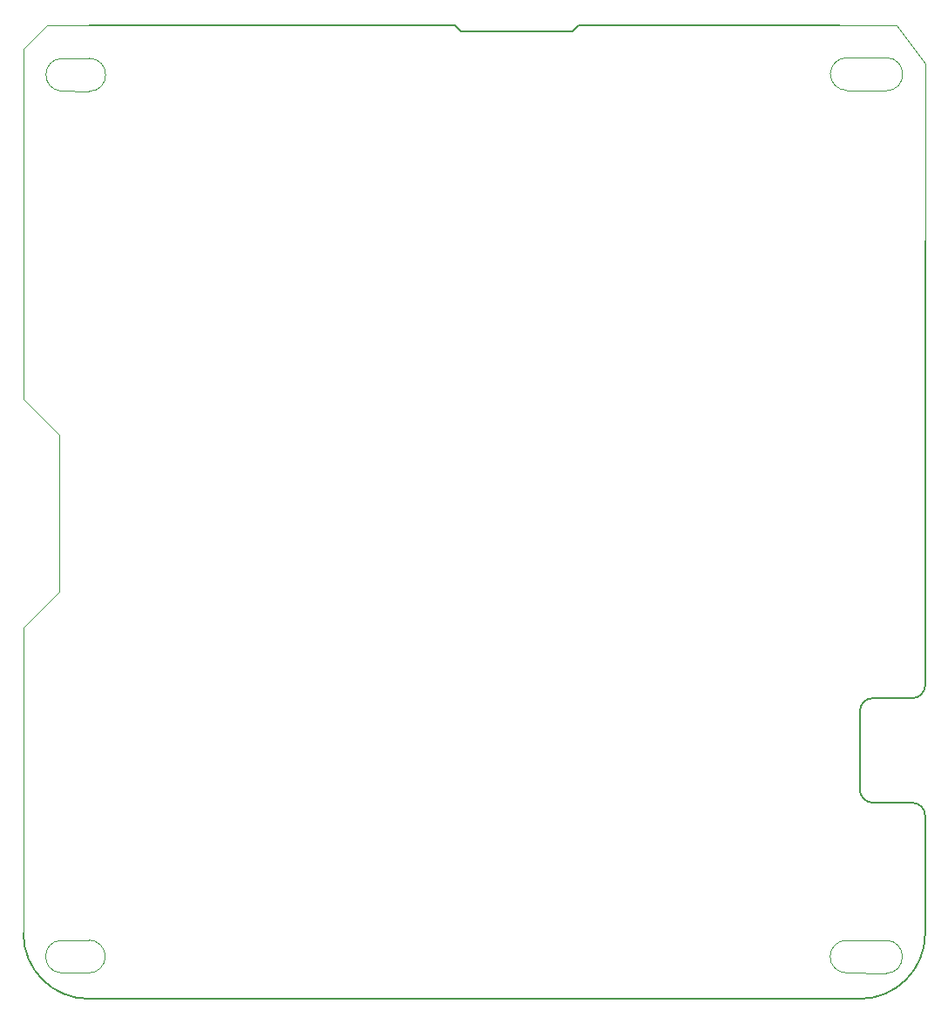
<source format=gbr>
%TF.GenerationSoftware,KiCad,Pcbnew,7.0.1-0*%
%TF.CreationDate,2023-03-22T23:36:25-07:00*%
%TF.ProjectId,Cosmic_Watch_Rev7_Nano_Revised,436f736d-6963-45f5-9761-7463685f5265,6.1*%
%TF.SameCoordinates,Original*%
%TF.FileFunction,Profile,NP*%
%FSLAX46Y46*%
G04 Gerber Fmt 4.6, Leading zero omitted, Abs format (unit mm)*
G04 Created by KiCad (PCBNEW 7.0.1-0) date 2023-03-22 23:36:25*
%MOMM*%
%LPD*%
G01*
G04 APERTURE LIST*
%TA.AperFunction,Profile*%
%ADD10C,0.150000*%
%TD*%
%TA.AperFunction,Profile*%
%ADD11C,0.100000*%
%TD*%
G04 APERTURE END LIST*
D10*
X246570000Y-134870000D02*
X246570000Y-123440000D01*
D11*
X246570000Y-67560000D02*
X246555000Y-50370000D01*
X242780000Y-49795000D02*
X238979975Y-49795793D01*
D10*
X212915000Y-46605000D02*
X238315000Y-46605000D01*
D11*
X162629777Y-49870784D02*
X165330000Y-49845000D01*
X243755000Y-46620000D02*
X246555000Y-50370000D01*
D10*
X201485000Y-47240000D02*
X200850000Y-46605000D01*
X165290000Y-141220000D02*
X214820000Y-141220000D01*
D11*
X162430000Y-86440000D02*
X162430000Y-101680000D01*
D10*
X200850000Y-46605000D02*
X168465000Y-46605000D01*
D11*
X161218436Y-46630523D02*
X158960000Y-48930000D01*
X242750013Y-135539604D02*
X238949988Y-135540397D01*
D10*
X245300000Y-122170000D02*
X241490000Y-122170000D01*
D11*
X158940000Y-134870000D02*
X158940000Y-117980000D01*
X162579802Y-53019991D02*
X165330000Y-53045000D01*
D10*
X246570000Y-123440000D02*
G75*
G03*
X245300000Y-122170000I-1270000J0D01*
G01*
X241490000Y-112010000D02*
G75*
G03*
X240220000Y-113280000I0J-1270000D01*
G01*
X212280000Y-47240000D02*
X201485000Y-47240000D01*
D11*
X162629775Y-49870743D02*
G75*
G03*
X162579802Y-53019991I84225J-1576357D01*
G01*
X162599975Y-135530793D02*
X165300198Y-135505009D01*
D10*
X240220000Y-120900000D02*
X240220000Y-113280000D01*
X240220000Y-141220000D02*
X214820000Y-141220000D01*
D11*
X238900013Y-138689604D02*
X242750013Y-138739604D01*
X158940000Y-105160000D02*
X158940000Y-117980000D01*
D10*
X240220000Y-120900000D02*
G75*
G03*
X241490000Y-122170000I1270000J0D01*
G01*
X241490000Y-112010000D02*
X245300000Y-112010000D01*
D11*
X158960000Y-82980000D02*
X162430000Y-86440000D01*
X165330000Y-53045000D02*
G75*
G03*
X165330000Y-49845000I0J1600000D01*
G01*
D10*
X158940000Y-134870000D02*
G75*
G03*
X165290000Y-141220000I6350000J0D01*
G01*
D11*
X162599972Y-135530735D02*
G75*
G03*
X162550000Y-138679999I84228J-1576365D01*
G01*
X158940000Y-105160000D02*
X162430000Y-101680000D01*
X242780000Y-52995000D02*
G75*
G03*
X242780000Y-49795000I0J1600000D01*
G01*
X158960000Y-48930000D02*
X158960000Y-82980000D01*
X162550000Y-138680000D02*
X165300198Y-138705009D01*
X242750013Y-138739596D02*
G75*
G03*
X242750013Y-135539604I-13J1599996D01*
G01*
D10*
X245300000Y-112010000D02*
G75*
G03*
X246570000Y-110740000I0J1270000D01*
G01*
X165290000Y-46605000D02*
X168465000Y-46605000D01*
X240220000Y-141220000D02*
G75*
G03*
X246570000Y-134870000I0J6350000D01*
G01*
D11*
X238315000Y-46605000D02*
X243755000Y-46620000D01*
X238930000Y-52945000D02*
X242780000Y-52995000D01*
D10*
X212280000Y-47240000D02*
X212915000Y-46605000D01*
D11*
X238949988Y-135540389D02*
G75*
G03*
X238900013Y-138689604I-49988J-1574211D01*
G01*
D10*
X246570000Y-110740000D02*
X246570000Y-67560000D01*
D11*
X238979975Y-49795793D02*
G75*
G03*
X238930000Y-52945000I-49975J-1574207D01*
G01*
X165300198Y-138704991D02*
G75*
G03*
X165300198Y-135505009I2J1599991D01*
G01*
X161218436Y-46630523D02*
X165290000Y-46605000D01*
M02*

</source>
